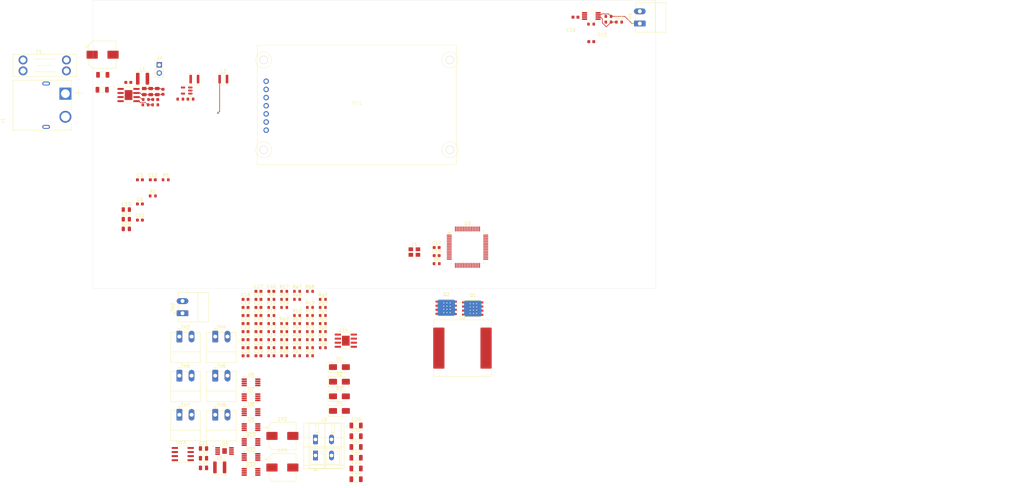
<source format=kicad_pcb>
(kicad_pcb (version 20241229) (generator "pcbnew") (generator_version "9.0")
  (layers (0 "F.Cu" signal) (4 "In1.Cu" signal) (6 "In2.Cu" signal) (2 "B.Cu" signal) (13 "F.Paste" user) (15 "B.Paste" user) (5 "F.SilkS" user "F.Silkscreen") (7 "B.SilkS" user "B.Silkscreen") (1 "F.Mask" user) (3 "B.Mask" user) (25 "Edge.Cuts" user))
  (net 0 "")
  (net 1 "/+vin")
  (net 2 "GND")
  (net 3 "Net-(U1-SS)")
  (net 4 "Net-(U1-SW)")
  (net 5 "Net-(U1-BST)")
  (net 6 "Net-(C5-Pad1)")
  (net 7 "+5V")
  (net 8 "Net-(U1-FB)")
  (net 9 "+3V3")
  (net 10 "Net-(U2-FB)")
  (net 11 "+3.3VA")
  (net 12 "Net-(J1-+)")
  (net 13 "Net-(U2-LX)")
  (net 14 "Net-(U1-EN)")
  (net 15 "Net-(U1-COMP)")
  (net 16 "Net-(U2-EN)")
  (net 45 "Net-(U3-VSS-Pad18)")
  (net 78 "Net-(C17-Pad1)")
  (net 79 "Net-(C18-Pad1)")
  (net 86 "Net-(U5-FB)")
  (net 87 "Net-(U5-NR{slash}SS)")
  (net 88 "Net-(U14-SS)")
  (net 89 "Net-(U14-BST)")
  (net 90 "Net-(U14-SW)")
  (net 91 "Net-(C33-Pad1)")
  (net 92 "Net-(U14-FB)")
  (net 93 "/+8V")
  (net 94 "Net-(U13-HB)")
  (net 95 "Net-(D2-A)")
  (net 96 "Net-(J3-Pin_2)")
  (net 97 "Net-(D1-K)")
  (net 98 "Net-(D2-K)")
  (net 99 "Net-(D3-A)")
  (net 100 "Net-(D4-A)")
  (net 101 "Net-(U5-EN)")
  (net 102 "Net-(U14-EN)")
  (net 103 "Net-(U14-COMP)")
  (net 104 "Net-(Q1-G)")
  (net 105 "Net-(Q2-G)")
  (net 106 "Net-(U4--)")
  (net 107 "Net-(U6--)")
  (net 108 "Net-(U7--)")
  (net 109 "Net-(U8--)")
  (net 110 "Net-(U9--)")
  (net 111 "Net-(U10--)")
  (net 112 "Net-(U11--)")
  (net 113 "Net-(U12--)")
  (net 114 "Net-(U4-+)")
  (net 115 "Net-(U6-+)")
  (net 116 "Net-(U7-+)")
  (net 117 "Net-(U8-+)")
  (net 118 "Net-(U9-+)")
  (net 119 "Net-(U10-+)")
  (net 120 "Net-(U11-+)")
  (net 121 "Net-(U12-+)")
  (net 122 "Net-(Rg1-Pad1)")
  (net 123 "Net-(Rg1-Pad2)")
  (net 124 "Net-(Rg2-Pad1)")
  (net 125 "Net-(Rg2-Pad2)")
  (net 126 "Net-(Rg3-Pad1)")
  (net 127 "Net-(Rg3-Pad2)")
  (net 128 "Net-(Rg4-Pad1)")
  (net 129 "Net-(Rg4-Pad2)")
  (net 130 "Net-(Rg5-Pad1)")
  (net 131 "Net-(Rg5-Pad2)")
  (net 132 "Net-(Rg6-Pad2)")
  (net 133 "Net-(Rg6-Pad1)")
  (net 134 "Net-(Rg7-Pad1)")
  (net 135 "Net-(Rg7-Pad2)")
  (net 136 "Net-(Rg8-Pad1)")
  (net 137 "Net-(Rg8-Pad2)")
  (net 138 "/temp_U_out_1")
  (net 140 "/temp_U_out_2")
  (net 141 "/temp_U_out_3")
  (net 142 "/temp_U_out_4")
  (net 143 "/temp_U_out_5")
  (net 144 "/temp_U_out_6")
  (net 145 "/temp_U_out_7")
  (net 146 "/temp_U_out_8")
  (net 147 "/HRTIM_A_Lo")
  (net 148 "/HRTIM_A_Hi")
  (footprint "Capacitor_SMD:C_0603_1608Metric" (layer "F.Cu") (at 118.928 108.775)
    (property "Reference" "C16")
    (property "Value" "10n")
  )
  (footprint "Resistor_SMD:R_0603_1608Metric" (layer "F.Cu") (at 126.948 113.795)
    (property "Reference" "R11")
    (property "Value" "22.1 k 1%")
  )
  (footprint "Resistor_SMD:R_0603_1608Metric" (layer "F.Cu") (at 142.988 123.835)
    (property "Reference" "Rg8")
    (property "Value" "2.7 k 1%")
  )
  (footprint "OchlastaFootprints:GMT020-02 TFT Display" (layer "F.Cu") (at 153.543 48.133)
    (property "Reference" "TFT1")
    (property "Value" "~")
    (fp_circle (center -29 -14) (end -27.75 -14) (stroke (width 0.1)) (fill no) (layer "Edge.Cuts"))
    (fp_circle (center -29 14) (end -27.75 14) (stroke (width 0.1)) (fill no) (layer "Edge.Cuts"))
    (fp_circle (center 29 -14) (end 30.25 -14) (stroke (width 0.1)) (fill no) (layer "Edge.Cuts"))
    (fp_circle (center 29 14) (end 30.25 14) (stroke (width 0.1)) (fill no) (layer "Edge.Cuts"))
  )
  (footprint "Capacitor_SMD:C_0805_2012Metric" (layer "F.Cu") (at 81.809 80.788)
    (property "Reference" "C13")
    (property "Value" "22 uF")
  )
  (footprint "Capacitor_SMD:C_0805_2012Metric" (layer "F.Cu") (at 81.809 86.808)
    (property "Reference" "C16")
    (property "Value" "22 uF")
  )
  (footprint "Inductor_SMD:L_Changjiang_FNR4030S" (layer "F.Cu") (at 86.868 40.005)
    (property "Reference" "L1")
    (property "Value" "3.6 uH" (hide yes))
  )
  (footprint "Resistor_SMD:R_0603_1608Metric" (layer "F.Cu") (at 142.988 108.775)
    (property "Reference" "Rg2")
    (property "Value" "2.7 k 1%")
  )
  (footprint "Capacitor_SMD:C_1206_3216Metric" (layer "F.Cu") (at 153.338 164.815)
    (property "Reference" "C44")
    (property "Value" "10 uF 50V")
  )
  (footprint "Resistor_SMD:R_0603_1608Metric" (layer "F.Cu") (at 134.968 116.305)
    (property "Reference" "Rb3")
    (property "Value" "22.1 k 1%")
  )
  (footprint "Resistor_SMD:R_0603_1608Metric" (layer "F.Cu") (at 138.978 116.305)
    (property "Reference" "Rc4")
    (property "Value" "820 R")
  )
  (footprint "Resistor_SMD:R_0603_1608Metric" (layer "F.Cu") (at 87.757 48.133 180)
    (property "Reference" "R4" (hide yes))
    (property "Value" "22.1 k 1%" (hide yes))
  )
  (footprint "Capacitor_SMD:C_0603_1608Metric" (layer "F.Cu") (at 82.423 41.148)
    (property "Reference" "C4" (hide yes))
    (property "Value" "100 nF" (hide yes))
  )
  (footprint "Diode_SMD:D_SMA" (layer "F.Cu") (at 148.153 134.425)
    (property "Reference" "D2")
    (property "Value" "SS14")
  )
  (footprint "Package_SO:VSSOP-8_3x3mm_P0.65mm" (layer "F.Cu") (at 120.628 162.525)
    (property "Reference" "U12")
    (property "Value" "INA333xxDGK")
  )
  (footprint "Resistor_SMD:R_0603_1608Metric" (layer "F.Cu") (at 226.505 22.987 180)
    (property "Reference" "Rg1" (hide yes))
    (property "Value" "2.7 k 1%")
  )
  (footprint "Capacitor_SMD:C_0603_1608Metric" (layer "F.Cu") (at 118.928 113.795)
    (property "Reference" "C20")
    (property "Value" "100 nF")
  )
  (footprint "Resistor_SMD:R_0603_1608Metric" (layer "F.Cu") (at 126.948 121.325)
    (property "Reference" "R14")
    (property "Value" "200k 1%")
  )
  (footprint "Capacitor_SMD:C_0805_2012Metric" (layer "F.Cu") (at 87.376 44.008 -90)
    (property "Reference" "C10" (hide yes))
    (property "Value" "22 uF" (hide yes))
  )
  (footprint "Resistor_SMD:R_0603_1608Metric" (layer "F.Cu") (at 90.805 48.133 180)
    (property "Reference" "R3" (hide yes))
    (property "Value" "124k 1%" (hide yes))
  )
  (footprint "Resistor_SMD:R_0603_1608Metric" (layer "F.Cu") (at 134.968 121.325)
    (property "Reference" "Rb5")
    (property "Value" "22.1 k 1%")
  )
  (footprint "SnapMagic_downloads:AMASS_XT60PW-M" (layer "F.Cu") (at 56.84275 48.26 90)
    (property "Reference" "J1")
    (property "Value" "XT60PW-M")
  )
  (footprint "Capacitor_SMD:C_0603_1608Metric" (layer "F.Cu") (at 122.938 126.345)
    (property "Reference" "C39")
    (property "Value" "1 u")
  )
  (footprint "OchlastaFootprints:Fuseholder_Keystone_3557" (layer "F.Cu") (at 49.657 34.163)
    (property "Reference" "F1")
    (property "Value" "Fuse 30A")
  )
  (footprint "Capacitor_SMD:C_0805_2012Metric" (layer "F.Cu") (at 91.44 44.008 -90)
    (property "Reference" "C8" (hide yes))
    (property "Value" "22 uF" (hide yes))
  )
  (footprint "Capacitor_SMD:C_0603_1608Metric" (layer "F.Cu") (at 86.039 79.038)
    (property "Reference" "C6")
    (property "Value" "open")
  )
  (footprint "Capacitor_SMD:C_0603_1608Metric" (layer "F.Cu") (at 178.422 92.613)
    (property "Reference" "C17")
    (property "Value" "12 pF")
  )
  (footprint "Resistor_SMD:R_0603_1608Metric" (layer "F.Cu") (at 87.884 46.482)
    (property "Reference" "R2" (hide yes))
    (property "Value" "15 k" (hide yes))
  )
  (footprint "Package_SO:VSSOP-8_3x3mm_P0.65mm" (layer "F.Cu") (at 226.581 20.447 180)
    (property "Reference" "U4" (hide yes))
    (property "Value" "INA333xxDGK")
  )
  (footprint "Capacitor_SMD:C_0603_1608Metric" (layer "F.Cu") (at 90.049 71.508)
    (property "Reference" "C12")
    (property "Value" "100 nF")
  )
  (footprint "Package_SO:VSSOP-8_3x3mm_P0.65mm" (layer "F.Cu") (at 120.628 134.625)
    (property "Reference" "U6")
    (property "Value" "INA333xxDGK")
  )
  (footprint "SnapMagic_downloads:PQFN_5x6_FET" (layer "F.Cu") (at 181.376 111.371)
    (property "Reference" "Q2")
    (property "Value" "IRFH7440")
  )
  (footprint "Resistor_SMD:R_0603_1608Metric" (layer "F.Cu") (at 130.958 116.305)
    (property "Reference" "Ra2")
    (property "Value" "22.1 k 1%")
  )
  (footprint "Package_SO:VSSOP-8_3x3mm_P0.65mm" (layer "F.Cu") (at 120.628 157.875)
    (property "Reference" "U11")
    (property "Value" "INA333xxDGK")
  )
  (footprint "Resistor_SMD:R_0603_1608Metric" (layer "F.Cu") (at 126.948 118.815)
    (property "Reference" "R13")
    (property "Value" "15 k")
  )
  (footprint "Resistor_SMD:R_0603_1608Metric" (layer "F.Cu") (at 126.948 123.835)
    (property "Reference" "R15")
    (property "Value" "22.1 k 1%")
  )
  (footprint "Diode_SMD:D_SMA" (layer "F.Cu") (at 148.153 143.525)
    (property "Reference" "D4")
    (property "Value" "SS14")
  )
  (footprint "Capacitor_SMD:C_0805_2012Metric" (layer "F.Cu") (at 105.838 158.265)
    (property "Reference" "C36")
    (property "Value" "22 uF")
  )
  (footprint "Capacitor_SMD:C_0603_1608Metric" (layer "F.Cu") (at 86.039 71.508)
    (property "Reference" "C3")
    (property "Value" "10 nF")
  )
  (footprint "Capacitor_SMD:C_0603_1608Metric" (layer "F.Cu") (at 118.928 121.325)
    (property "Reference" "C24")
    (property "Value" "100 n")
  )
  (footprint "Resistor_SMD:R_0603_1608Metric" (layer "F.Cu") (at 142.988 111.285)
    (property "Reference" "Rg3")
    (property "Value" "2.7 k 1%")
  )
  (footprint "Resistor_SMD:R_0603_1608Metric" (layer "F.Cu") (at 142.988 116.305)
    (property "Reference" "Rg5")
    (property "Value" "2.7 k 1%")
  )
  (footprint "Connector_Phoenix_MC:PhoenixContact_MC_1,5_2-G-3.81_1x02_P3.81mm_Horizontal" (layer "F.Cu") (at 109.488 120.355)
    (property "Reference" "TH4")
    (property "Value" "PT1000")
  )
  (footprint "SnapMagic_downloads:PQFN_5x6_FET" (layer "F.Cu") (at 189.631 111.625)
    (property "Reference" "Q1")
    (property "Value" "IRFH7440")
  )
  (footprint "Connector_Phoenix_MC:PhoenixContact_MC_1,5_2-G-3.81_1x02_P3.81mm_Horizontal" (layer "F.Cu") (at 109.488 132.54)
    (property "Reference" "TH6")
    (property "Value" "PT1000")
  )
  (footprint "Diode_SMD:D_SMA" (layer "F.Cu") (at 148.153 138.975)
    (property "Reference" "D3")
    (property "Value" "SS14")
  )
  (footprint "Capacitor_SMD:C_0805_2012Metric" (layer "F.Cu") (at 105.838 155.255)
    (property "Reference" "C21")
    (property "Value" "22 uF")
  )
  (footprint "Capacitor_SMD:C_0603_1608Metric" (layer "F.Cu") (at 93.218 44.069 -90)
    (property "Reference" "C7" (hide yes))
    (property "Value" "100 nF" (hide yes))
  )
  (footprint "Capacitor_SMD:C_0805_2012Metric" (layer "F.Cu") (at 89.408 44.008 -90)
    (property "Reference" "C9" (hide yes))
    (property "Value" "22 uF" (hide yes))
  )
  (footprint "Resistor_SMD:R_0603_1608Metric" (layer "F.Cu") (at 138.978 118.815)
    (property "Reference" "Rc5")
    (property "Value" "820 R")
  )
  (footprint "Resistor_SMD:R_0603_1608Metric" (layer "F.Cu") (at 130.958 123.835)
    (property "Reference" "Ra5")
    (property "Value" "22.1 k 1%")
  )
  (footprint "Connector_Phoenix_MC:PhoenixContact_MC_1,5_2-G-3.81_1x02_P3.81mm_Horizontal" (layer "F.Cu") (at 109.488 144.725)
    (property "Reference" "TH8")
    (property "Value" "PT1000")
  )
  (footprint "Capacitor_SMD:C_0603_1608Metric" (layer "F.Cu") (at 226.555 28.448)
    (property "Reference" "C15")
    (property "Value" "100 nF")
  )
  (footprint "Resistor_SMD:R_0603_1608Metric" (layer "F.Cu") (at 235.204 22.352)
    (property "Reference" "Rc1")
    (property "Value" "820 R")
  )
  (footprint "Resistor_SMD:R_0603_1608Metric" (layer "F.Cu") (at 134.968 118.815)
    (property "Reference" "Rb4")
    (property "Value" "22.1 k 1%")
  )
  (footprint "Capacitor_SMD:CP_Elec_8x10" (layer "F.Cu") (at 130.393 161.165)
    (property "Reference" "CP3")
    (property "Value" "100 uF")
  )
  (footprint "Capacitor_SMD:C_0603_1608Metric" (layer "F.Cu") (at 86.039 84.058)
    (property "Reference" "C11")
    (property "Value" "22 pF")
  )
  (footprint "Capacitor_SMD:C_0603_1608Metric" (layer "F.Cu") (at 221.628 20.828 180)
    (property "Reference" "C15")
    (property "Value" "100 n")
  )
  (footprint "Capacitor_SMD:C_0603_1608Metric" (layer "F.Cu") (at 122.938 111.285)
    (property "Reference" "C31")
    (property "Value" "10 nF")
  )
  (footprint "Resistor_SMD:R_0603_1608Metric" (layer "F.Cu") (at 138.978 106.265)
    (property "Reference" "Rb8")
    (property "Value" "22.1 k 1%")
  )
  (footprint "Resistor_SMD:R_0603_1608Metric" (layer "F.Cu") (at 138.978 126.345)
    (property "Reference" "Rc8")
    (property "Value" "820 R")
  )
  (footprint "Capacitor_SMD:C_0805_2012Metric" (layer "F.Cu") (at 105.838 161.275)
    (property "Reference" "C37")
    (property "Value" "22 uF")
  )
  (footprint "Capacitor_SMD:C_0603_1608Metric" (layer "F.Cu") (at 178.422 95.123)
    (property "Reference" "C18")
    (property "Value" "12 pF")
  )
  (footprint "Resistor_SMD:R_0603_1608Metric" (layer "F.Cu") (at 126.948 126.345)
    (property "Reference" "R16")
    (property "Value" "10 R")
  )
  (footprint "Package_SO:VSSOP-8_3x3mm_P0.65mm" (layer "F.Cu") (at 120.628 148.575)
    (property "Reference" "U9")
    (property "Value" "INA333xxDGK")
  )
  (footprint "Resistor_SMD:R_0603_1608Metric" (layer "F.Cu") (at 126.948 108.775)
    (property "Reference" "R9")
    (property "Value" "10 k")
  )
  (footprint "Resistor_SMD:R_0603_1608Metric" (layer "F.Cu") (at 130.958 118.815)
    (property "Reference" "Ra3")
    (property "Value" "22.1 k 1%")
  )
  (footprint "SnapMagic_downloads:SOP65P490X110-9N" (layer "F.Cu") (at 112.383 156.025)
    (property "Reference" "U5")
    (property "Value" "TPS7A4901DGNR")
  )
  (footprint "Resistor_SMD:R_0603_1608Metric" (layer "F.Cu") (at 138.978 123.835)
    (property "Reference" "Rc7")
    (property "Value" "820 R")
  )
  (footprint "Resistor_SMD:R_0603_1608Metric" (layer "F.Cu") (at 134.968 108.775)
    (property "Reference" "Ra8")
    (property "Value" "22.1 k 1%")
  )
  (footprint "Capacitor_SMD:CP_Elec_8x10" (layer "F.Cu") (at 130.393 151.315)
    (property "Reference" "CP2")
    (property "Value" "100 uF")
  )
  (footprint "Capacitor_SMD:C_1206_3216Metric" (layer "F.Cu") (at 153.338 148.065)
    (property "Reference" "C29")
    (property "Value" "10 uF 50V")
  )
  (footprint "Capacitor_SMD:C_0603_1608Metric" (layer "F.Cu") (at 118.928 116.305)
    (property "Reference" "C22")
    (property "Value" "100 n")
  )
  (footprint "Resistor_SMD:R_0603_1608Metric" (layer "F.Cu") (at 130.958 126.345)
    (property "Reference" "Ra6")
    (property "Value" "22.1 k 1%")
  )
  (footprint "Capacitor_SMD:C_1206_3216Metric" (layer "F.Cu") (at 74.471 38.783)
    (property "Reference" "C2" (hide yes))
    (property "Value" "10 uF 50V" (hide yes))
  )
  (footprint "Capacitor_SMD:C_1206_3216Metric" (layer "F.Cu") (at 153.338 151.415)
    (property "Reference" "C30")
    (property "Value" "10 uF 50V")
  )
  (footprint "Resistor_SMD:R_0603_1608Metric" (layer "F.Cu") (at 231.902 22.352)
    (property "Reference" "Ra1" (hide yes))
    (property "Value" "22.1 k 1%" (hide yes))
  )
  (footprint "Capacitor_SMD:C_1206_3216Metric" (layer "F.Cu") (at 153.338 154.765)
    (property "Reference" "C41")
    (property "Value" "10 uF 50V")
  )
  (footprint "Capacitor_SMD:C_0603_1608Metric" (layer "F.Cu") (at 126.948 106.265)
    (property "Reference" "C40")
    (property "Value" "100 n")
  )
  (footprint "Capacitor_SMD:C_0603_1608Metric" (layer "F.Cu") (at 122.938 121.325)
    (property "Reference" "C35")
    (property "Value" "100 nF")
  )
  (footprint "Package_TO_SOT_SMD:TSOT-23-5" (layer "F.Cu") (at 100.5895 43.688 180)
    (property "Reference" "U2" (hide yes))
    (property "Value" "AP3429" (hide yes))
  )
  (footprint "Capacitor_SMD:C_0603_1608Metric" (layer "F.Cu") (at 118.928 126.345)
    (property "Reference" "C26")
    (property "Value" "100 n")
  )
  (footprint "SnapMagic_downloads:SOIC127P599X175-8N" (layer "F.Cu") (at 99.383 156.9775)
    (property "Reference" "U13")
    (property "Value" "UCC27282DR")
  )
  (footprint "Resistor_SMD:R_0603_1608Metric" (layer "F.Cu") (at 142.988 121.325)
    (property "Reference" "Rg7")
    (property "Value" "2.7 k 1%")
  )
  (footprint "Capacitor_SMD:C_1206_3216Metric" (layer "F.Cu") (at 153.338 158.115)
    (property "Reference" "C42")
    (property "Value" "10 uF 50V")
  )
  (footprint "Capacitor_SMD:C_0603_1608Metric" (layer "F.Cu") (at 122.938 113.795)
    (property "Reference" "C32")
    (property "Value" "100 nF")
  )
  (footprint "Connector_Phoenix_MC:PhoenixContact_MC_1,5_2-G-3.81_1x02_P3.81mm_Horizontal" (layer "F.Cu") (at 98.318 144.725)
    (property "Reference" "TH7")
    (property "Value" "PT1000")
  )
  (footprint "Resistor_SMD:R_0603_1608Metric" (layer "F.Cu") (at 126.948 116.305)
    (property "Reference" "R12")
    (property "Value" "10 k")
  )
  (footprint "Resistor_SMD:R_0603_1608Metric" (layer "F.Cu") (at 138.978 111.285)
    (property "Reference" "Rc2")
    (property "Value" "820 R")
  )
  (footprint "Package_SO:VSSOP-8_3x3mm_P0.65mm" (layer "F.Cu") (at 120.628 153.225)
    (property "Reference" "U10")
    (property "Value" "INA333xxDGK")
  )
  (footprint "Resistor_SMD:R_0603_1608Metric" (layer "F.Cu") (at 130.958 111.285)
    (property "Reference" "R19")
    (property "Value" "10 R")
  )
  (footprint "Capacitor_SMD:C_1206_3216Metric" (layer "F.Cu") (at 74.295 43.434)
    (property "Reference" "C1" (hide yes))
    (property "Value" "10 uF 50V" (hide yes))
  )
  (footprint "Capacitor_SMD:C_1206_3216Metric" (layer "F.Cu") (at 153.338 161.465)
    (property "Reference" "C43")
    (property "Value" "10 uF 50V")
  )
  (footprint "Resistor_SMD:R_0603_1608Metric" (layer "F.Cu") (at 94.059 71.508)
    (property "Reference" "R5")
    (property "Value" "10 k")
  )
  (footprint "Capacitor_SMD:C_0603_1608Metric" (layer "F.Cu") (at 90.805 46.482)
    (property "Reference" "C5" (hide yes))
    (property "Value" "2.7 nF" (hide yes))
  )
  (footprint "Resistor_SMD:R_0603_1608Metric" (layer "F.Cu") (at 134.968 123.835)
    (property "Reference" "Rb6")
    (property "Value" "22.1 k 1%")
  )
  (footprint "Capacitor_SMD:C_0603_1608Metric" (layer "F.Cu") (at 122.938 116.305)
    (property "Reference" "C33")
    (property "Value" "2.7 nF")
  )
  (footprint "Resistor_SMD:R_0603_1608Metric" (layer "F.Cu") (at 178.422 97.633)
    (property "Reference" "R8")
    (property "Value" "47 R")
  )
  (footprint "Resistor_SMD:R_0603_1608Metric" (layer "F.Cu") (at 138.978 121.325)
    (property "Reference" "Rc6")
    (property "Value" "820 R")
  )
  (footprint "Resistor_SMD:R_0603_1608Metric" (layer "F.Cu") (at 134.968 106.265)
    (property "Reference" "Ra7")
    (property "Value" "22.1 k 1%")
  )
  (footprint "Capacitor_SMD:C_0603_1608Metric" (layer "F.Cu") (at 122.938 118.815)
    (property "Reference" "C34")
    (property "Value" "open")
  )
  (footprint "SnapMagic_downloads:SOIC127P600X170-9N" (layer "F.Cu") (at 82.497 45.085)
    (property "Reference" "U1" (hide yes))
    (property "Value" "AP64501SP-13" (hide yes))
  )
  (footprint "Resistor_SMD:R_0603_1608Metric" (layer "F.Cu") (at 231.902 20.574)
    (property "Reference" "Rb1" (hide yes))
    (property "Value" "22.1 k 1%" (hide yes))
  )
  (footprint "Package_SO:VSSOP-8_3x3mm_P0.65mm" (layer "F.Cu") (at 120.628 139.275)
    (property "Reference" "U7")
    (property "Value" "INA333xxDGK")
  )
  (footprint "Capacitor_SMD:C_0603_1608Metric" (layer "F.Cu") (at 122.938 106.265)
    (property "Reference" "C27")
    (property "Value" "100 n")
  )
  (footprint "SnapMagic_downloads:SOIC127P600X170-9N" (layer "F.Cu") (at 150.138 121.635)
    (property "Reference" "U14")
    (property "Value" "AP64501SP-13")
  )
  (footprint "Resistor_SMD:R_0603_1608Metric" (layer "F.Cu") (at 134.968 126.345)
    (property "Reference" "Rb7")
    (property "Value" "22.1 k 1%")
  )
  (footprint "Capacitor_SMD:C_0603_1608Metric" (layer "F.Cu") (at 122.938 108.775)
    (property "Reference" "C28")
    (property "Value" "100 n")
  )
  (footprint "Resistor_SMD:R_0603_1608Metric" (layer "F.Cu") (at 138.978 113.795)
    (property "Reference" "Rc3")
    (property "Value" "820 R")
  )
  (footprint "Resistor_SMD:R_0603_1608Metric" (layer "F.Cu") (at 142.988 118.815)
    (property "Reference" "Rg6")
    (property "Value" "2.7 k 1%")
  )
  (footprint "Connector_Phoenix_MC:PhoenixContact_MC_1,5_2-G-3.81_1x02_P3.81mm_Horizontal" (layer "F.Cu") (at 98.318 132.54)
    (property "Reference" "TH5")
    (property "Value" "PT1000")
  )
  (footprint "Connector_Phoenix_MC:PhoenixContact_MC_1,5_2-G-3.81_1x02_P3.81mm_Horizontal" (layer "F.Cu") (at 99.3025 113.102 90)
    (property "Reference" "TH2")
    (property "Value" "PT1000")
  )
  (footprint "Capacitor_SMD:C_0603_1608Metric" (layer "F.Cu") (at 118.928 123.835)
    (property "Reference" "C25")
    (property "Value" "100 n")
  )
  (footprint "Inductor_SMD:L_APV_APH1770" (layer "F.Cu") (at 186.452 123.952)
    (property "Reference" "L3")
    (property "Value" "22 uH")
  )
  (footprint "Package_QFP:LQFP-64_10x10mm_P0.5mm" (layer "F.Cu") (at 188.02 92.496)
    (property "Reference" "U3")
    (property "Value" "STM32F334R8Tx")
  )
  (footprint "Resistor_SMD:R_0603_1608Metric" (layer "F.Cu") (at 126.948 111.285)
    (property "Reference" "R10")
    (property "Value" "40 k 1%")
  )
  (footprint "Capacitor_SMD:C_0603_1608Metric" (layer "F.Cu") (at 122.938 123.835)
    (property "Reference" "C38")
    (property "Value" "100 n")
  )
  (footprint "Inductor_SMD:L_Changjiang_FNR3015S" (layer "F.Cu") (at 102.997 40.132)
    (property "Reference" "L2" (hide yes))
    (property "Value" "2.2 uH" (hide yes))
  )
  (footprint "Capacitor_SMD:C_0603_1608Metric" (layer "F.Cu") (at 118.928 118.815)
    (property "Reference" "C23")
    (property "Value" "100 n")
  )
  (footprint "Capacitor_SMD:C_0603_1608Metric" (layer "F.Cu") (at 118.928 111.285)
    (property "Reference" "C19")
    (property "Value" "10n")
  )
  (footprint "Connector_Phoenix_MC:PhoenixContact_MC_1,5_2-G-3.81_1x02_P3.81mm_Horizontal" (layer "F.Cu") (at 98.318 120.355)
    (property "Reference" "TH3")
    (property "Value" "PT1000")
  )
  (footprint "Diode_SMD:D_SMA" (layer "F.Cu") (at 148.153 129.875)
    (property "Reference" "D1")
    (property "Value" "SS14")
  )
  (footprint "Resistor_SMD:R_0603_1608Metric" (layer "F.Cu") (at 130.958 121.325)
    (property "Reference" "Ra4")
    (property "Value" "22.1 k 1%")
  )
  (footprint "Resistor_SMD:R_0603_1608Metric" (layer "F.Cu") (at 90.049 76.528)
    (property "Reference" "R1")
    (property "Value" "10 k")
  )
  (footprint "Resistor_SMD:R_0603_1608Metric" (layer "F.Cu") (at 101.791 46.355)
    (property "Reference" "R6" (hide yes))
    (property "Value" "100 k 1%" (hide yes))
  )
  (footprint "Resistor_SMD:R_0603_1608Metric" (layer "F.Cu") (at 130.958 106.265)
    (property "Reference" "R17")
    (property "Value" "10 R")
  )
  (footprint "Crystal:Crystal_SMD_3225-4Pin_3.2x2.5mm" (layer "F.Cu") (at 171.493 94.019)
    (property "Reference" "Y1")
    (property "Value" "Crystal_GND24")
  )
  (footprint "Resistor_SMD:R_0603_1608Metric" (layer "F.Cu") (at 130.958 108.775)
    (property "Reference" "R18")
    (property "Value" "10 R")
  )
  (footprint "Inductor_SMD:L_Changjiang_FNR4030S" (layer "F.Cu") (at 110.888 161.12)
    (property "Reference" "L4")
    (property "Value" "3.6 uH")
  )
  (footprint "Package_SO:VSSOP-8_3x3mm_P0.65mm" (layer "F.Cu") (at 120.628 143.925)
    (property "Reference" "U8")
    (property "Value" "INA333xxDGK")
  )
  (footprint "Resistor_SMD:R_0603_1608Metric" (layer "F.Cu") (at 134.968 113.795)
    (property "Reference" "Rb2")
    (property "Value" "22.1 k 1%")
  )
  (footprint "Resistor_SMD:R_0603_1608Metric" (layer "F.Cu") (at 98.616 46.355 180)
    (property "Reference" "R7" (hide yes))
    (property "Value" "22.1 k 1%" (hide yes))
  )
  (footprint "TerminalBlock_WAGO:TerminalBlock_WAGO_236-402_1x02_P5.00mm_45Degree" (layer "F.Cu") (at 140.688 152.415)
    (property "Reference" "J3")
    (property "Value" "Conn_01x02_Socket")
  )
  (footprint "Connector_Phoenix_MC:PhoenixContact_MC_1,5_2-G-3.81_1x02_P3.81mm_Horizontal" (layer "F.Cu") (at 241.6695 22.805 90)
    (property "Reference" "TH1")
    (property "Value" "PT1000")
  )
  (footprint "Connector_PinHeader_2.54mm:PinHeader_1x02_P2.54mm_Vertical" (layer "F.Cu") (at 92.075 35.682)
    (property "Reference" "J2")
    (property "Value" "5V")
  )
  (footprint "Resistor_SMD:R_0603_1608Metric" (layer "F.Cu") (at 142.988 113.795)
    (property "Reference" "Rg4")
    (property "Value" "2.7 k 1%")
  )
  (footprint "Capacitor_SMD:CP_Elec_8x10" (layer "F.Cu") (at 74.422 32.512)
    (property "Reference" "CP1" (hide yes))
    (property "Value" "100 uF" (hide yes))
  )
  (footprint "Capacitor_SMD:C_0805_2012Metric" (layer "F.Cu") (at 81.809 83.798)
    (property "Reference" "C14")
    (property "Value" "22 uF")
  )
  (footprint "Inductor_SMD:L_Changjiang_FNR3015S" (layer "F.Cu") (at 112.007 40.132)
    (property "Reference" "L3")
    (property "Value" "2.2 uH")
  )
  (gr_rect (start 71.4375 15.494) (end 246.5705 105.41) (stroke (width 0.05)) (fill no) (layer "Edge.Cuts"))
  (segment (start 89.408 44.958) (end 91.44 44.958) (width 0.2) (layer "F.Cu") (net 2))
  (segment (start 92.723 44.844) (end 92.71 44.831) (width 0.2) (layer "F.Cu") (net 2))
  (segment (start 84.972 44.45) (end 86.106 44.45) (width 0.2) (layer "F.Cu") (net 2))
  (segment (start 92.583 44.958) (end 91.44 44.958) (width 0.2) (layer "F.Cu") (net 2))
  (segment (start 93.218 44.844) (end 92.723 44.844) (width 0.2) (layer "F.Cu") (net 2))
  (segment (start 83.132 44.45) (end 82.497 45.085) (width 0.2) (layer "F.Cu") (net 2))
  (segment (start 86.614 44.958) (end 87.376 44.958) (width 0.2) (layer "F.Cu") (net 2))
  (segment (start 87.376 44.958) (end 89.408 44.958) (width 0.2) (layer "F.Cu") (net 2))
  (segment (start 92.71 44.831) (end 92.583 44.958) (width 0.2) (layer "F.Cu") (net 2))
  (segment (start 84.972 44.45) (end 83.132 44.45) (width 0.2) (layer "F.Cu") (net 2))
  (segment (start 86.106 44.45) (end 86.614 44.958) (width 0.2) (layer "F.Cu") (net 2))
  (segment (start 88.709 46.482) (end 90.03 46.482) (width 0.2) (layer "F.Cu") (net 6))
  (segment (start 92.461 43.058) (end 91.44 43.058) (width 0.2) (layer "F.Cu") (net 7))
  (segment (start 87.376 43.058) (end 91.44 43.058) (width 0.2) (layer "F.Cu") (net 7))
  (segment (start 93.218 43.294) (end 92.697 43.294) (width 0.2) (layer "F.Cu") (net 7))
  (segment (start 92.697 43.294) (end 92.461 43.058) (width 0.2) (layer "F.Cu") (net 7))
  (segment (start 88.582 48.133) (end 89.98 48.133) (width 0.2) (layer "F.Cu") (net 8))
  (segment (start 85.852 46.99) (end 85.852 47.117) (width 0.2) (layer "F.Cu") (net 8))
  (segment (start 86.106 47.371) (end 86.233 47.371) (width 0.2) (layer "F.Cu") (net 8))
  (segment (start 84.972 46.99) (end 85.852 46.99) (width 0.2) (layer "F.Cu") (net 8))
  (segment (start 87.693 47.371) (end 87.63 47.371) (width 0.2) (layer "F.Cu") (net 8))
  (segment (start 85.852 47.117) (end 86.106 47.371) (width 0.2) (layer "F.Cu") (net 8))
  (segment (start 88.582 48.26) (end 87.693 47.371) (width 0.2) (layer "F.Cu") (net 8))
  (segment (start 87.63 47.371) (end 86.106 47.371) (width 0.2) (layer "F.Cu") (net 8))
  (segment (start 110.857 40.132) (end 110.857 50.179) (width 0.2) (layer "F.Cu") (net 9))
  (segment (start 110.857 50.179) (end 110.363 50.673) (width 0.2) (layer "F.Cu") (net 9))
  (via (at 110.363 50.673) (size 0.6) (drill 0.3) (layers "F.Cu" "B.Cu") (net 9))
  (segment (start 85.979 45.72) (end 84.972 45.72) (width 0.2) (layer "F.Cu") (net 15))
  (segment (start 86.741 46.482) (end 85.979 45.72) (width 0.2) (layer "F.Cu") (net 15))
  (segment (start 87.059 46.482) (end 86.741 46.482) (width 0.2) (layer "F.Cu") (net 15))
  (segment (start 232.727 22.352) (end 234.379 22.352) (width 0.2) (layer "F.Cu") (net 106))
  (segment (start 231.203 23.812) (end 229.997 22.606) (width 0.2) (layer "F.Cu") (net 106))
  (segment (start 229.997 21.307082) (end 229.461918 20.772) (width 0.2) (layer "F.Cu") (net 106))
  (segment (start 232.727 22.352) (end 231.267 23.812) (width 0.2) (layer "F.Cu") (net 106))
  (segment (start 229.997 22.606) (end 229.997 21.307082) (width 0.2) (layer "F.Cu") (net 106))
  (segment (start 229.461918 20.772) (end 228.6935 20.772) (width 0.2) (layer "F.Cu") (net 106))
  (segment (start 231.267 23.812) (end 231.203 23.812) (width 0.2) (layer "F.Cu") (net 106))
  (segment (start 231.951 19.798) (end 229.829999 19.798) (width 0.2) (layer "F.Cu") (net 114))
  (segment (start 241.6695 22.805) (end 239.213 22.805) (width 0.2) (layer "F.Cu") (net 114))
  (segment (start 229.829999 19.798) (end 229.505999 20.122) (width 0.2) (layer "F.Cu") (net 114))
  (segment (start 236.982 20.574) (end 232.727 20.574) (width 0.2) (layer "F.Cu") (net 114))
  (segment (start 229.505999 20.122) (end 228.6935 20.122) (width 0.2) (layer "F.Cu") (net 114))
  (segment (start 232.727 20.574) (end 231.951 19.798) (width 0.2) (layer "F.Cu") (net 114))
  (segment (start 239.213 22.805) (end 236.982 20.574) (width 0.2) (layer "F.Cu") (net 114))
)
</source>
